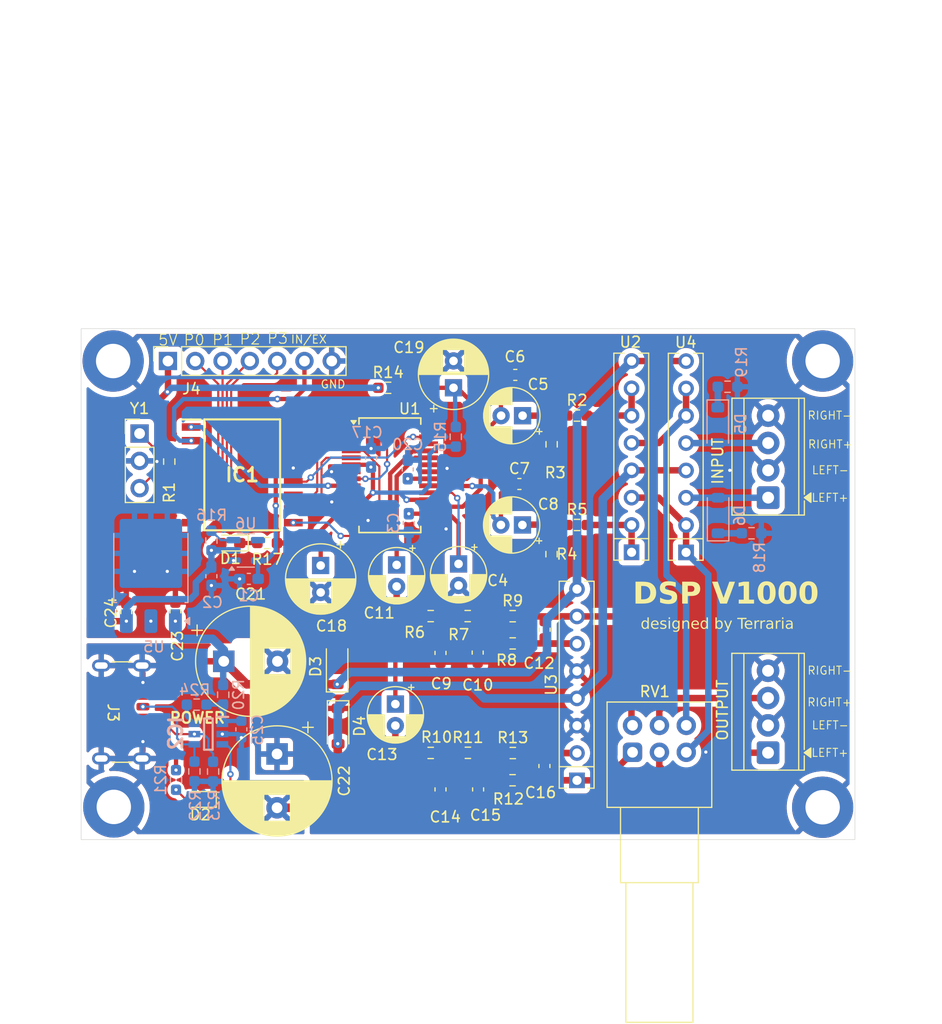
<source format=kicad_pcb>
(kicad_pcb (version 20241229) (generator "pcbnew") (generator_version "9.0")
  (layers (0 "F.Cu" signal) (2 "B.Cu" signal) (13 "F.Paste" user) (15 "B.Paste" user) (5 "F.SilkS" user "F.Silkscreen") (7 "B.SilkS" user "B.Silkscreen") (1 "F.Mask" user) (3 "B.Mask" user) (25 "Edge.Cuts" user))
  (net 0 "")
  (net 1 "GND")
  (net 2 "Net-(U1-LIN-)")
  (net 3 "Net-(U1-RIN+)")
  (net 4 "Net-(U1-LIN+)")
  (net 5 "Net-(C9-Pad1)")
  (net 6 "Net-(C12-Pad2)")
  (net 7 "Net-(U3B--)")
  (net 8 "Net-(C14-Pad1)")
  (net 9 "Net-(U3A--)")
  (net 10 "Net-(C16-Pad2)")
  (net 11 "Net-(U1-DEM0)")
  (net 12 "Net-(U1-VA)")
  (net 13 "+15V")
  (net 14 "Net-(IC1-BITCLK)")
  (net 15 "Net-(IC1-PROG2)")
  (net 16 "Net-(IC1-PROG0{slash}SDATA)")
  (net 17 "Net-(IC1-PROG3)")
  (net 18 "Net-(IC1-DIGIN)")
  (net 20 "Net-(IC1-WORDCLK)")
  (net 21 "Net-(IC1-PROG1{slash}SCLK)")
  (net 22 "Net-(IC1-DIGOUT)")
  (net 23 "Net-(IC1-RESET_)")
  (net 24 "Net-(IC1-XTALLN)")
  (net 25 "Net-(IC1-XTALOUT)")
  (net 26 "Net-(IC1-SYSCLK)")
  (net 27 "Net-(U2B--)")
  (net 28 "Net-(U2A--)")
  (net 29 "Net-(C10-Pad1)")
  (net 30 "Net-(C15-Pad1)")
  (net 31 "+5V")
  (net 32 "Net-(U2A-+)")
  (net 33 "Net-(U2B-+)")
  (net 34 "-15V")
  (net 35 "Net-(U1-ROUT+)")
  (net 36 "Net-(U1-LOUT+)")
  (net 37 "Net-(J1-Pin_1)")
  (net 38 "Net-(J1-Pin_3)")
  (net 42 "Net-(IC1-INT{slash}EXT_)")
  (net 43 "+3.3V")
  (net 44 "Net-(U6-~{Inhibit})")
  (net 46 "Net-(D1-K)")
  (net 47 "Net-(C5-Pad1)")
  (net 48 "Net-(C8-Pad1)")
  (net 49 "Net-(C11-Pad2)")
  (net 50 "Net-(C13-Pad2)")
  (net 51 "Net-(D5-A)")
  (net 52 "Net-(D6-A)")
  (net 53 "Net-(D5-K)")
  (net 54 "Net-(D6-K)")
  (net 55 "Net-(IC2-VDD)")
  (net 56 "Net-(D2-K)")
  (net 57 "Net-(D2-A)")
  (net 58 "Net-(IC2-CC1)")
  (net 59 "Net-(IC2-CFG)")
  (net 60 "Net-(IC2-CC2)")
  (footprint "Resistor_SMD:R_0603_1608Metric_Pad0.98x0.95mm_HandSolder" (layer "F.Cu") (at 92.5275 106.72)
    (property "Reference" "R6")
    (property "Value" "2.2k" (hide yes))
  )
  (footprint "Package_SIP:SIP-8_19x3mm_P2.54mm" (layer "F.Cu") (at 106.14 121.99 90)
    (property "Reference" "U3")
    (property "Value" "NJM4580")
  )
  (footprint "Capacitor_THT:CP_Radial_D5.0mm_P2.00mm" (layer "F.Cu") (at 101.08 88.09 180)
    (property "Reference" "C5")
    (property "Value" "10u")
  )
  (footprint "TerminalBlock_TE-Connectivity:TerminalBlock_TE_282834-4_1x04_P2.54mm_Horizontal" (layer "F.Cu") (at 123.92 119.42 90)
    (property "Reference" "J1" (hide yes))
    (property "Value" "OUT")
  )
  (footprint "Capacitor_SMD:C_0603_1608Metric_Pad1.08x0.95mm_HandSolder" (layer "F.Cu") (at 68.77 106.2775 90)
    (property "Reference" "C23")
    (property "Value" "0.1u")
  )
  (footprint "Connector_PinSocket_2.54mm:PinSocket_1x07_P2.54mm_Vertical" (layer "F.Cu") (at 68.08 83.01 90)
    (property "Reference" "J4")
    (property "Value" "Conn_01x07_Pin" (hide yes))
  )
  (footprint "Resistor_SMD:R_0603_1608Metric_Pad0.98x0.95mm_HandSolder" (layer "F.Cu") (at 68.2 92.36 -90)
    (property "Reference" "R1")
    (property "Value" "1M" (hide yes))
  )
  (footprint "Resistor_SMD:R_0603_1608Metric_Pad0.98x0.95mm_HandSolder" (layer "F.Cu") (at 77.3125 99.93)
    (property "Reference" "R17")
    (property "Value" "100k")
  )
  (footprint "LED_SMD:LED_0603_1608Metric_Pad1.05x0.95mm_HandSolder" (layer "F.Cu") (at 73.885 99.93 180)
    (property "Reference" "D1")
    (property "Value" "LED_Small")
  )
  (footprint "Capacitor_SMD:C_0603_1608Metric_Pad1.08x0.95mm_HandSolder" (layer "F.Cu") (at 100.7825 94.44)
    (property "Reference" "C7")
    (property "Value" "2200p" (hide yes))
  )
  (footprint "Package_SO:SSOP-28_5.3x10.2mm_P0.65mm" (layer "F.Cu") (at 88.73 93.63)
    (property "Reference" "U1")
    (property "Value" "~")
  )
  (footprint "Resistor_SMD:R_0603_1608Metric_Pad0.98x0.95mm_HandSolder" (layer "F.Cu") (at 100.1675 119.45)
    (property "Reference" "R13")
    (property "Value" "360" (hide yes))
  )
  (footprint "Connector_PinHeader_2.54mm:PinHeader_1x03_P2.54mm_Vertical" (layer "F.Cu") (at 65.44 89.75)
    (property "Reference" "Y1")
    (property "Value" "10Mhz")
  )
  (footprint "Resistor_SMD:R_0603_1608Metric_Pad0.98x0.95mm_HandSolder" (layer "F.Cu") (at 103.77 100.9625 -90)
    (property "Reference" "R4")
    (property "Value" "330")
  )
  (footprint "Capacitor_SMD:C_0603_1608Metric_Pad1.08x0.95mm_HandSolder" (layer "F.Cu") (at 93.44 122.8325 -90)
    (property "Reference" "C14")
    (property "Value" "6800p")
  )
  (footprint "MountingHole:MountingHole_3.2mm_M3_ISO7380_Pad" (layer "F.Cu") (at 63.04 124.46)
    (property "Reference" "REF**" (hide yes))
    (property "Value" "MountingHole_3.2mm_M3_ISO7380_Pad" (hide yes))
  )
  (footprint "Capacitor_SMD:C_0603_1608Metric_Pad1.08x0.95mm_HandSolder" (layer "F.Cu") (at 93.44 110.1425 -90)
    (property "Reference" "C9")
    (property "Value" "6800p" (hide yes))
  )
  (footprint "Package_SIP:SIP-8_19x3mm_P2.54mm" (layer "F.Cu") (at 111.22 100.79 90)
    (property "Reference" "U2")
    (property "Value" "NJM4580" (hide yes))
  )
  (footprint "YMZ771:Potentiometer_Alps_RK097_Dual_Horizontal_ver_terraria" (layer "F.Cu") (at 111.31 119.38 90)
    (property "Reference" "RV1")
    (property "Value" "10kB")
  )
  (footprint "" (layer "F.Cu") (at 129 83.01)
    (property "Reference" "")
    (property "Value" "")
  )
  (footprint "Capacitor_THT:CP_Radial_D6.3mm_P2.50mm" (layer "F.Cu") (at 94.65 85.5 90)
    (property "Reference" "C19")
    (property "Value" "47u/16")
  )
  (footprint "Resistor_SMD:R_0603_1608Metric_Pad0.98x0.95mm_HandSolder" (layer "F.Cu") (at 95.99 119.43)
    (property "Reference" "R11")
    (property "Value" "1.2k")
  )
  (footprint "Resistor_SMD:R_0603_1608Metric_Pad0.98x0.95mm_HandSolder" (layer "F.Cu") (at 95.97 106.72)
    (property "Reference" "R7")
    (property "Value" "1.2k" (hide yes))
  )
  (footprint "LED_SMD:LED_0603_1608Metric" (layer "F.Cu") (at 71.09 123.76 180)
    (property "Reference" "D2")
    (property "Value" "LED_Small")
  )
  (footprint "Resistor_SMD:R_0603_1608Metric_Pad0.98x0.95mm_HandSolder" (layer "F.Cu") (at 100.1475 121.98)
    (property "Reference" "R12")
    (property "Value" "16k" (hide yes))
  )
  (footprint "YMZ771:SOIC127P1034X250-16N" (layer "F.Cu") (at 74.99 93.59)
    (property "Reference" "IC1")
    (property "Value" "V1000" (hide yes))
  )
  (footprint "Capacitor_THT:CP_Radial_D5.0mm_P2.00mm" (layer "F.Cu") (at 89.24 114.9 -90)
    (property "Reference" "C13")
    (property "Value" "10u")
  )
  (footprint "" (layer "F.Cu") (at 62.98 83.01)
    (property "Reference" "")
    (property "Value" "")
  )
  (footprint "Resistor_SMD:R_0603_1608Metric_Pad0.98x0.95mm_HandSolder" (layer "F.Cu") (at 106.14 88.08)
    (property "Reference" "R2")
    (property "Value" "1k")
  )
  (footprint "Capacitor_SMD:C_0603_1608Metric_Pad1.08x0.95mm_HandSolder" (layer "F.Cu") (at 103.11 120.6575 -90)
    (property "Reference" "C16")
    (property "Value" "220p" (hide yes))
  )
  (footprint "Diode_SMD:D_SOD-123" (layer "F.Cu") (at 83.91 116.95 -90)
    (property "Reference" "D4")
    (property "Value" "1N4148")
  )
  (footprint "Capacitor_THT:CP_Radial_D10.0mm_P5.00mm" (layer "F.Cu") (at 73.27 110.92)
    (property "Reference" "C21")
    (property "Value" "470u/50v")
  )
  (footprint "Capacitor_THT:CP_Radial_D10.0mm_P5.00mm" (layer "F.Cu") (at 78.23 119.54 -90)
    (property "Reference" "C22")
    (property "Value" "470u/50v")
  )
  (footprint "Capacitor_SMD:C_0603_1608Metric_Pad1.08x0.95mm_HandSolder" (layer "F.Cu") (at 103.13 107.99 90)
    (property "Reference" "C12")
    (property "Value" "220p" (hide yes))
  )
  (footprint "Package_SIP:SIP-8_19x3mm_P2.54mm" (layer "F.Cu") (at 116.29 100.8 90)
    (property "Reference" "U4")
    (property "Value" "NJM4580")
  )
  (footprint "Resistor_SMD:R_0603_1608Metric_Pad0.98x0.95mm_HandSolder" (layer "F.Cu") (at 100.1575 109.26)
    (property "Reference" "R8")
    (property "Value" "360" (hide yes))
  )
  (footprint "Capacitor_THT:CP_Radial_D6.3mm_P2.50mm" (layer "F.Cu") (at 82.29 102.02 -90)
    (property "Reference" "C18")
    (property "Value" "47u/16")
  )
  (footprint "Capacitor_SMD:C_0603_1608Metric_Pad1.08x0.95mm_HandSolder" (layer "F.Cu") (at 96.9 110.1125 -90)
    (property "Reference" "C10")
    (property "Value" "15n" (hide yes))
  )
  (footprint "Resistor_SMD:R_0603_1608Metric_Pad0.98x0.95mm_HandSolder" (layer "F.Cu") (at 88.5675 85.5)
    (property "Reference" "R14")
    (property "Value" "50")
  )
  (footprint "Capacitor_THT:CP_Radial_D5.0mm_P2.00mm" (layer "F.Cu") (at 95.12 101.87 -90)
    (property "Reference" "C4")
    (property "Value" "4.7u")
  )
  (footprint "Resistor_SMD:R_0603_1608Metric_Pad0.98x0.95mm_HandSolder" (layer "F.Cu") (at 103.78 90.7525 -90)
    (property "Reference" "R3")
    (property "Value" "330")
  )
  (footprint "Resistor_SMD:R_0603_1608Metric_Pad0.98x0.95mm_HandSolder" (layer "F.Cu") (at 92.5275 119.44)
    (property "Reference" "R10")
    (property "Value" "2.2k")
  )
  (footprint "Capacitor_THT:CP_Radial_D5.0mm_P2.00mm" (layer "F.Cu") (at 101.06 98.25 180)
    (property "Reference" "C8")
    (property "Value" "10u")
  )
  (footprint "Diode_SMD:D_SOD-123" (layer "F.Cu") (at 83.82 111.41 90)
    (property "Reference" "D3")
    (property "Value" "1N4148")
  )
  (footprint "TerminalBlock_TE-Connectivity:TerminalBlock_TE_282834-4_1x04_P2.54mm_Horizontal" (layer "F.Cu") (at 123.93 95.71 90)
    (property "Reference" "J2" (hide yes))
    (property "Value" "IN")
  )
  (footprint "" (layer "F.Cu") (at 129 124.49)
    (property "Reference" "")
    (property "Value" "")
  )
  (footprint "Resistor_SMD:R_0603_1608Metric_Pad0.98x0.95mm_HandSolder" (layer "F.Cu") (at 100.1575 106.73)
    (property "Reference" "R9")
    (property "Value" "16k" (hide yes))
  )
  (footprint "Capacitor_SMD:C_0603_1608Metric_Pad1.08x0.95mm_HandSolder" (layer "F.Cu") (at 100.4 84.3)
    (property "Reference" "C6")
    (property "Value" "2200p" (hide yes))
  )
  (footprint "Capacitor_THT:CP_Radial_D5.0mm_P2.00mm" (layer "F.Cu") (at 89.36 101.964888 -90)
    (property "Reference" "C11")
    (property "Value" "10u")
  )
  (footprint "Connector_USB:USB_C_Receptacle_GCT_USB4125-xx-x_6P_TopMnt_Horizontal" (layer "F.Cu") (at 62.67 115.64 -90)
    (property "Reference" "J3")
    (property "Value" "USB_C_Receptacle_PowerOnly_6P" (hide yes))
  )
  (footprint "Capacitor_SMD:C_0603_1608Metric_Pad1.08x0.95mm_HandSolder" (layer "F.Cu") (at 64.2 106.3475 90)
    (property "Reference" "C24")
    (property "Value" "0.1u")
  )
  (footprint "Resistor_SMD:R_0603_1608Metric_Pad0.98x0.95mm_HandSolder" (layer "F.Cu") (at 106.1475 98.25)
    (property "Reference" "R5")
    (property "Value" "1k")
  )
  (footprint "Capacitor_SMD:C_0603_1608Metric_Pad1.08x0.95mm_HandSolder" (layer "F.Cu") (at 96.94 122.8325 -90)
    (property "Reference" "C15")
    (property "Value" "15n")
  )
  (footprint "Capacitor_SMD:C_0603_1608Metric_Pad1.08x0.95mm_HandSolder" (layer "B.Cu") (at 90.39 93.0875 90)
    (property "Reference" "C20")
    (property "Value" "0.1u")
  )
  (footprint "Package_TO_SOT_SMD:TO-252-3_TabPin2" (layer "B.Cu") (at 66.49 102.15 90)
    (property "Reference" "U5")
    (property "Value" "L7805")
  )
  (footprint "Resistor_SMD:R_0603_1608Metric_Pad0.98x0.95mm_HandSolder" (layer "B.Cu") (at 70.54 121.16 -90)
    (property "Reference" "R22")
    (property "Value" "5.1k")
  )
  (footprint "Diode_SMD:D_SOD-123" (layer "B.Cu") (at 119.24 88.99 -90)
    (property "Reference" "D5")
    (property "Value" "1N4148")
  )
  (footprint "Capacitor_SMD:C_0603_1608Metric_Pad1.08x0.95mm_HandSolder" (layer "B.Cu") (at 72.12 103.0125 90)
    (property "Reference" "C2")
    (property "Value" "2.2u")
  )
  (footprint "Capacitor_SMD:C_0603_1608Metric" (layer "B.Cu") (at 74.91 117.245 -90)
    (property "Reference" "C25")
    (property "Value" "C_Small")
  )
  (footprint "Capacitor_SMD:C_0603_1608Metric_Pad1.08x0.95mm_HandSolder" (layer "B.Cu") (at 86.98 92.0075 90)
    (property "Reference" "C17")
    (property "Value" "0.1u")
  )
  (footprint "Diode_SMD:D_SOD-123" (layer "B.Cu") (at 119.27 97.37 90)
    (property "Reference" "D6")
    (property "Value" "1N4148")
  )
  (footprint "Capacitor_SMD:C_0603_1608Metric_Pad1.08x0.95mm_HandSolder" (layer "B.Cu") (at 75.6075 103.26)
    (property "Reference" "C1")
    (property "Value" "2.2u")
  )
  (footprint "Resistor_SMD:R_0603_1608Metric_Pad0.98x0.95mm_HandSolder" (layer "B.Cu") (at 120.15 85.4 180)
    (property "Reference" "R19")
    (property "Value" "100k")
  )
  (footprint "Resistor_SMD:R_0603_1608Metric_Pad0.98x0.95mm_HandSolder" (layer "B.Cu") (at 72.28 121.1725 -90)
    (property "Reference" "R23")
    (property "Value" "5.1k")
  )
  (footprint "YMZ771:SOT95P280X120-6N" (layer "B.Cu") (at 71.84 117.69 180)
    (property "Reference" "IC2")
    (property "Value" "CH221K" (hide yes))
  )
  (footprint "Resistor_SMD:R_0603_1608Metric_Pad0.98x0.95mm_HandSolder" (layer "B.Cu") (at 122.38 99.02 180)
    (property "Reference" "R18")
    (property "Value" "100k")
  )
  (footprint "Resistor_SMD:R_0603_1608Metric_Pad0.98x0.95mm_HandSolder" (layer "B.Cu") (at 70.7475 114.95)
    (property "Reference" "R24")
    (property "Value" "200k")
  )
  (footprint "Resistor_SMD:R_0603_1608Metric_Pad0.98x0.95mm_HandSolder" (layer "B.Cu") (at 94.86 90.05 -90)
    (property "Reference" "R15")
    (property "Value" "50")
  )
  (footprint "Resistor_SMD:R_0603_1608Metric_Pad0.98x0.95mm_HandSolder" (layer "B.Cu") (at 73.22 114.03 90)
    (property "Reference" "R20")
    (property "Value" "1k")
  )
  (footprint "Resistor_SMD:R_0603_1608Metric_Pad0.98x0.95mm_HandSolder" (layer "B.Cu") (at 72.12 99.6975 -90)
    (property "Reference" "R16")
    (property "Value" "10k")
  )
  (footprint "Capacitor_SMD:C_0603_1608Metric_Pad1.08x0.95mm_HandSolder" (layer "B.Cu") (at 90.49 98.0675 -90)
    (property "Reference" "C3")
    (property "Value" "0.1u")
  )
  (footprint "Resistor_SMD:R_0603_1608Metric_Pad0.98x0.95mm_HandSolder" (layer "B.Cu") (at 68.83 121.95 -90)
    (property "Reference" "R21")
    (property "Value" "100k")
  )
  (footprint "Package_TO_SOT_SMD:TSOT-23-5" (layer "B.Cu") (at 75.32 100.61)
    (property "Reference" "U6")
    (property "Value" "PTN78000W_EUS-5" (hide yes))
  )
  (gr_rect (start 60 80) (end 132 127.5) (stroke (width 0.05)) (fill no) (layer "Edge.Cuts"))
  (gr_text "designed by Terraria\n" (at 112.06 108.07 0) (layer "F.SilkS") (effects (font (size 1 1)) (justify left bottom)))
  (gr_text "RIGHT-" (at 127.54 88.51 0) (layer "F.SilkS") (effects (font (size 0.75 0.75) (thickness 0.09375)) (justify left bottom)))
  (gr_text "LEFT-" (at 127.94 93.59 0) (layer "F.SilkS") (effects (font (size 0.75 0.75) (thickness 0.09375)) (justify left bottom)))
  (gr_text "RIGHT+" (at 127.58 91.19 0) (layer "F.SilkS") (effects (font (size 0.75 0.75) (thickness 0.09375)) (justify left bottom)))
  (gr_text "P2" (at 74.68 81.55 0) (layer "F.SilkS") (effects (font (size 1 1) (thickness 0.1)) (justify left bottom)))
  (gr_text "5V" (at 67.11 81.64 0) (layer "F.SilkS") (effects (font (size 1 1) (thickness 0.1)) (justify left bottom)))
  (gr_text "GND" (at 82.23 85.61 0) (layer "F.SilkS") (effects (font (size 0.75 0.75) (thickness 0.1)) (justify left bottom)))
  (gr_text "POWER" (at 68.14 116.77 0) (layer "F.SilkS") (effects (font (size 1 1) (thickness 0.2) (bold yes)) (justify left bottom)))
  (gr_text "OUTPUT" (at 120.26 118.39 90) (layer "F.SilkS") (effects (font (size 1 1)) (justify left bottom)))
  (gr_text "IN/EX" (at 79.46 81.44 0) (layer "F.SilkS") (effects (font (size 0.75 0.75) (thickness 0.1)) (justify left bottom)))
  (gr_text "DSP V1000" (at 111.33 105.9 0) (layer "F.SilkS") (effects (font (size 2 2) (thickness 0.4) (bold yes)) (justify left bottom)))
  (gr_text "P1" (at 72.13 81.61 0) (layer "F.SilkS") (effects (font (size 1 1) (thickness 0.1)) (justify left bottom)))
  (gr_text "LEFT+" (at 127.91 96.15 0) (layer "F.SilkS") (effects (font (size 0.75 0.75) (thickness 0.09375)) (justify left bottom)))
  (gr_text "P3" (at 77.24 81.48 0) (layer "F.SilkS") (effects (font (size 1 1) (thickness 0.1)) (justify left bottom)))
  (gr_text "LEFT+" (at 127.9 119.86 0) (layer "F.SilkS") (effects (font (size 0.75 0.75) (thickness 0.09375)) (justify left bottom)))
  (gr_text "INPUT" (at 119.82 94.58 90) (layer "F.SilkS") (effects (font (size 1 1)) (justify left bottom)))
  (gr_text "RIGHT+" (at 127.52 115.17 0) (layer "F.SilkS") (effects (font (size 0.75 0.75) (thickness 0.09375)) (justify left bottom)))
  (gr_text "P0" (at 69.48 81.63 0) (layer "F.SilkS") (effects (font (size 1 1) (thickness 0.1)) (justify left bottom)))
  (gr_text "RIGHT-" (at 127.53 112.22 0) (layer "F.SilkS") (effects (font (size 0.75 0.75) (thickness 0.09375)) (justify left bottom)))
  (gr_text "LEFT-" (at 127.93 117.3 0) (layer "F.SilkS") (effects (font (size 0.75 0.75) (thickness 0.09375)) (justify left bottom)))
  (segment (start 83.32 95.79) (end 83.32 96.11) (width 0.4) (layer "F.Cu") (net 1))
  (segment (start 85.13 89.405) (end 86.405 89.405) (width 0.4) (layer "F.Cu") (net 1))
  (segment (start 93.735 93.305) (end 94.05 92.99) (width 0.2) (layer "F.Cu") (net 1))
  (segment (start 92.33 93.305) (end 93.735 93.305) (width 0.2) (layer "F.Cu") (net 1))
  (segment (start 85.13 95.255) (end 83.855 95.255) (width 0.4) (layer "F.Cu") (net 1))
  (segment (start 86.675 97.855) (end 86.7 97.83) (width 0.4) (layer "F.Cu") (net 1))
  (segment (start 93.195 97.855) (end 93.96 98.62) (width 0.4) (layer "F.Cu") (net 1))
  (segment (start 92.33 97.855) (end 93.195 97.855) (width 0.4) (layer "F.Cu") (net 1))
  (segment (start 86.98 89.98) (end 86.98 91.145) (width 0.4) (layer "F.Cu") (net 1))
  (segment (start 85.13 93.305) (end 83.305 93.305) (width 0.4) (layer "F.Cu") (net 1))
  (segment (start 83.855 95.255) (end 83.32 95.79) (width 0.4) (layer "F.Cu") (net 1))
  (segment (start 83.305 93.305) (end 83.3 93.3) (width 0.4) (layer "F.Cu") (net 1))
  (segment (start 85.13 97.855) (end 86.675 97.855) (width 0.4) (layer "F.Cu") (net 1))
  (segment (start 86.405 89.405) (end 86.98 89.98) (width 0.4) (layer "F.Cu") (net 1))
  (via (at 66.49 107.19) (size 0.6) (drill 0.3) (layers "F.Cu" "B.Cu") (net 1))
  (via (at 86.7 97.83) (size 0.6) (drill 0.3) (layers "F.Cu" "B.Cu") (net 1))
  (via (at 72.12 103.875) (size 0.6) (drill 0.3) (layers "F.Cu" "B.Cu") (net 1))
  (via (at 74.1825 101.56) (size 0.6) (drill 0.3) (layers "F.Cu" "B.Cu") (net 1))
  (via (at 74.745 103.26) (size 0.6) (drill 0.3) (layers "F.Cu" "B.Cu") (net 1))
  (via (at 83.3 93.3) (size 0.6) (drill 0.3) (layers "F.Cu" "B.Cu") (net 1))
  (via (at 64.965 102.565) (size 0.6) (drill 0.3) (layers "F.Cu" "B.Cu") (net 1))
  (via (at 83.32 96.11) (size 0.6) (drill 0.3) (layers "F.Cu" "B.Cu") (net 1))
  (via (at 120.36 93.17) (size 0.6) (drill 0.3) (layers "F.Cu" "B.Cu") (net 1))
  (via (at 94.05 92.99) (size 0.6) (drill 0.3) (layers "F.Cu" "B.Cu") (net 1))
  (via (at 118.13 119.36) (size 0.6) (drill 0.3) (layers "F.Cu" "B.Cu") (net 1))
  (via (at 67.05 92.35) (size 0.6) (drill 0.3) (layers "F.Cu" "B.Cu") (net 1))
  (via (at 86.98 91.145) (size 0.6) (drill 0.3) (layers "F.Cu" "B.Cu") (net 1))
  (via (at 68.015 102.565) (size 0.6) (drill 0.3) (layers "F.Cu" "B.Cu") (net 1))
  (via (at 79.74 92.955) (size 0.6) (drill 0.3) (layers "F.Cu" "B.Cu") (net 1))
  (via (at 93.96 98.62) (size 0.6) (drill 0.3) (layers "F.Cu" "B.Cu") (net 1))
  (segment (start 94.8 95.55) (end 95 95.75) (width 0.2) (layer "F.Cu") (net 2))
  (segment (start 95.12 98.09) (end 95.12 101.87) (width 0.4) (layer "F.Cu") (net 2))
  (segment (start 92.33 97.205) (end 90.49 97.205) (width 0.4) (layer "F.Cu") (net 2))
  (segment (start 92.33 97.205) (end 94.235 97.205) (width 0.4) (layer "F.Cu") (net 2))
  (segment (start 92.33 95.255) (end 94.505 95.255) (width 0.2) (layer "F.Cu") (net 2))
  (segment (start 94.235 97.205) (end 95.12 98.09) (width 0.4) (layer "F.Cu") (net 2))
  (segment (start 94.505 95.255) (end 94.8 95.55) (width 0.2) (layer "F.Cu") (net 2))
  (via (at 95 95.75) (size 0.6) (drill 0.3) (layers "F.Cu" "B.Cu") (net 2))
  (via (at 90.49 97.205) (size 0.6) (drill 0.3) (layers "F.Cu" "B.Cu") (net 2))
  (segment (start 95.12 95.87) (end 95.12 101.87) (width 0.2) (layer "B.Cu") (net 2))
  (segment (start 95 95.75) (end 95.12 95.87) (width 0.2) (layer "B.Cu") (net 2))
  (segment (start 99.06 88.09) (end 99.06 84.7775) (width 0.4) (layer "F.Cu") (net 3))
  (segment (start 99.06 88.09) (end 97.18 89.97) (width 0.4) (layer "F.Cu") (net 3))
  (segment (start 95.505 96.555) (end 92.33 96.555) (width 0.4) (layer "F.Cu") (net 3))
  (segment (start 99.06 84.7775) (end 99.5375 84.3) (width 0.4) (layer "F.Cu") (net 3))
  (segment (start 97.18 94.88) (end 95.505 96.555) (width 0.4) (layer "F.Cu") (net 3))
  (segment (start 97.18 89.97) (end 97.18 94.88) (width 0.4) (layer "F.Cu") (net 3))
  (segment (start 99.06 95.3) (end 99.92 94.44) (width 0.4) (layer "F.Cu") (net 4))
  (segment (start 96.394 94.629) (end 92.354 94.629) (width 0.4) (layer "F.Cu") (net 4))
  (segment (start 92.354 94.629) (end 92.33 94.605) (width 0.4) (layer "F.Cu") (net 4))
  (segment (start 99.06 98.22) (end 99.06 95.3) (width 0.4) (layer "F.Cu") (net 4))
  (via (at 96.394 94.629) (size 0.6) (drill 0.3) (layers "F.Cu" "B.Cu") (net 4))
  (segment (start 96.42 94.655) (end 97.695 94.655) (width 0.4) (layer "B.Cu") (net 4))
  (segment (start 96.394 94.629) (end 96.42 94.655) (width 0.4) (layer "B.Cu") (net 4))
  (segment (start 97.695 94.655) (end 98.35 95.31) (width 0.4) (layer "B.Cu") (net 4))
  (segment (start 98.35 95.31) (end 98.35 97.51) (width 0.4) (layer "B.Cu") (net 4))
  (segment (start 98.35 97.51) (end 99.06 98.22) (width 0.4) (layer "B.Cu") (net 4))
  (segment (start 93.44 106.72) (end 95.0575 106.72) (width 0.6) (layer "F.Cu") (net 5))
  (segment (start 93.44 109.28) (end 93.44 106.72) (width 0.6) (layer "F.Cu") (net 5))
  (segment (start 111.21 109.29) (end 111.21 116.83) (width 0.6) (layer "F.Cu") (net 6))
  (segment (start 103.5075 106.75) (end 103.13 107.1275) (width 0.6) (layer "F.Cu") (net 6))
  (segment (start 111.21 116.83) (end 111.3 116.92) (width 0.6) (layer "F.Cu") (net 6))
  (segment (start 106.14 106.75) (end 101.09 106.75) (width 0.6) (layer "F.Cu") (net 6))
  (segment (start 106.14 106.75) (end 103.5075 106.75) (width 0.6) (layer "F.Cu") (net 6))
  (segment (start 109.86 106.75) (end 111.21 108.1) (width 0.6) (layer "F.Cu") (net 6))
  (segment (start 106.14 106.75) (end 109.86 106.75) (width 0.6) (layer "F.Cu") (net 6))
  (segment (start 101.09 106.75) (end 101.07 106.73) (width 0.6) (layer "F.Cu") (net 6))
  (segment (start 111.21 108.1) (end 111.21 109.29) (width 0.6) (layer "F.Cu") (net 6))
  (segment (start 106.11 109.26) (end 106.14 109.29) (width 0.6) (layer "F.Cu") (net 7))
  (segment (start 106.14 109.29) (end 103.5675 109.29) (width 0.6) (layer "F.Cu") (net 7))
  (segment (start 103.5675 109.29) (end 103.13 108.8525) (width 0.6) (layer "F.Cu") (net 7))
  (segment (start 101.07 109.26) (end 106.11 109.26) (width 0.6) (layer "F.Cu") (net 7))
  (segment (start 93.44 121.97) (end 93.44 119.44) (width 0.6) (layer "F.Cu") (net 8))
  (segment (start 95.0675 119.44) (end 95.0775 119.43) (width 0.6) (layer "F.Cu") (net 8))
  (segment (start 93.44 119.44) (end 95.0675 119.44) (width 0.6) (layer "F.Cu") (net 8))
  (segment (start 106.14 119.45) (end 103.455 119.45) (width 0.6) (layer "F.Cu") (net 9))
  (segment (start 101.08 119.45) (end 106.14 119.45) (width 0.6) (layer "F.Cu") (net 9))
  (segment (start 103.455 119.45) (end 103.11 119.795) (width 0.6) (layer "F.Cu") (net 9))
  (segment (start 106.14 121.99) (end 108.73 121.99) (width 0.6) (layer "F.Cu") (net 10))
  (segment (start 106.13 121.98) (end 106.14 121.99) (width 0.6) (layer "F.Cu") (net 10))
  (segment (start 106.14 121.99) (end 103.58 121.99) (width 0.6) (layer "F.Cu") (net 10))
  (segment (start 103.58 121.99) (end 103.11 121.52) (width 0.6) (layer "F.Cu") (net 10))
  (segment (start 108.73 121.99) (end 111.3 119.42) (width 0.6) (layer "F.Cu") (net 10))
  (segment (start 101.06 121.98) (end 106.13 121.98) (width 0.6) (layer "F.Cu") (net 10))
  (segment (start 90.28 95.91) (end 92.325 95.91) (width 0.4) (layer "F.Cu") (net 11))
  (segment (start 86.495 95.905) (end 87.15 95.25) (width 0.4) (layer "F.Cu") (net 11))
  (segment (start 82.29 102.02) (end 82.29 98.793) (width 0.4) (layer "F.Cu") (net 11))
  (segment (start 86.75 92.66) (end 86.745 92.655) (width 0.4) (layer "F.Cu") (net 11))
  (segment (start 86.96 92.87) (end 87.15 93.06) (width 0.4) (layer "F.Cu") (net 11))
  (segment (start 86.745 92.655) (end 85.13 92.655) (width 0.4) (layer "F.Cu") (net 11))
  (segment (start 87.15 95.25) (end 87.15 95.24) (width 0.4) (layer "F.Cu") (net 11))
  (segment (start 92.325 95.91) (end 92.33 95.905) (width 0.4) (layer "F.Cu") (net 11))
  (segment (start 82.29 98.793) (end 83.878 97.205) (width 0.4) (layer "F.Cu") (net 11))
  (segment (start 86.96 92.87) (end 86.745 92.655) (width 0.4) (layer "F.Cu") (net 11))
  (segment (start 87.15 93.06) (end 87.15 95.24) (width 0.4) (layer "F.Cu") (net 11))
  (segment (start 85.13 95.905) (end 85.13 97.205) (width 0.4) (layer "F.Cu") (net 11))
  (segment (start 85.13 95.905) (end 86.495 95.905) (width 0.4) (layer "F.Cu") (net 11))
  (segment (start 83.878 97.205) (end 85.13 97.205) (width 0.4) (layer "F.Cu") (net 11))
  (via (at 90.28 95.91) (size 0.6) (drill 0.3) (layers "F.Cu" "B.Cu") (net 11))
  (via (at 86.96 92.87) (size 0.6) (drill 0.3) (layers "F.Cu" "B.Cu") (net 11))
  (via (at 87.15 95.24) (size 0.6) (drill 0.3) (layers "F.Cu" "B.Cu") (net 11))
  (segment (start 89.61 95.24) (end 90.28 95.91) (width 0.4) (layer "B.Cu") (net 11))
  (segment (start 91.77 95.24) (end 92.42 94.59) (width 0.4) (layer "B.Cu") (net 11))
  (segment (start 92.42 91.67) (end 93.1275 90.9625) (width 0.4) (layer "B.Cu") (net 11))
  (segment (start 93.1275 90.9625) (end 94.86 90.9625) (width 0.4) (layer "B.Cu") (net 11))
  (segment (start 92.42 94.59) (end 92.42 91.67) (width 0.4) (layer "B.Cu") (net 11))
  (segment (start 89.61 95.24) (end 91.77 95.24) (width 0.4) (layer "B.Cu") (net 11))
  (segment (start 87.15 95.24) (end 89.61 95.24) (width 0.4) (layer "B.Cu") (net 11))
  (segment (start 89.48 85.5) (end 94.65 85.5) (width 0.4) (layer "F.Cu") (net 12))
  (segment (start 96.56 93.28) (end 95.885 93.955) (width 0.4) (layer "F.Cu") (net 12))
  (segment (start 94.65 85.5) (end 95 85.5) (width 0.4) (layer "F.Cu") (net 12))
  (segment (start 90.39 93.95) (end 92.325 93.95) (width 0.4) (layer "F.Cu") (net 12))
  (segment (start 95.885 93.955) (end 92.33 93.955) (width 0.4) (layer "F.Cu") (net 12))
  (segment (start 95 85.5) (end 96.56 87.06) (width 0.4) (layer "F.Cu") (net 12))
  (segment (start 92.325 93.95) (end 92.33 93.955) (width 0.4) (layer "F.Cu") (net 12))
  (segment (start 96.56 87.06) (end 96.56 93.28) (width 0.4) (layer "F.Cu") (net 12))
  (via (at 90.39 93.95) (size 0.6) (drill 0.3) (layers "F.Cu" "B.Cu") (net 12))
  (segment (start 94.8 85.65) (end 94.65 85.5) (width 0.4) (layer "B.Cu") (net 12))
  (segment (start 94.8 89.0775) (end 94.8 85.65) (width 0.4) (layer "B.Cu") (net 12))
  (segment (start 94.86 89.1375) (end 94.8 89.0775) (width 0.4) (layer "B.Cu") (net 12))
  (segment (start 66.76 117.16) (end 68.83 119.23) (width 0.4) (layer "F.Cu") (net 13))
  (segment (start 73.27 110.92) (end 71.24 110.92) (width 0.6) (layer "F.Cu") (net 13))
  (segment (start 83.84 113.06) (end 83.83 113.06) (width 0.8) (layer "F.Cu") (net 13))
  (segment (start 65.75 117.16) (end 64.49 117.16) (width 0.6) (layer "F.Cu") (net 13))
  (segment (start 111.22 83.01) (end 116.49 83.01) (width 0.6) (layer "F.Cu") (net 13))
  (segment (start 83.83 113.06) (end 75.41 113.06) (width 0.8) (layer "F.Cu") (net 13))
  (segment (start 64.39 114.12) (end 65.75 114.12) (width 0.6) (layer "F.Cu") (net 13))
  (segment (start 116.5 83.02) (end 116.29 83.02) (width 0.6) (layer "F.Cu") (net 13))
  (segment (start 71.24 110.92) (end 68.04 114.12) (width 0.6) (layer "F.Cu") (net 13))
  (segment (start 64.06 116.73) (end 64.06 114.45) (width 0.6) (layer "F.Cu") (net 13))
  (segment (start 68.83 119.23) (end 68.83 121.0375) (width 0.4) (layer "F.Cu") (net 13))
  (segment (start 64.49 117.16) (end 64.06 116.73) (width 0.6) (layer "F.Cu") (net 13))
  (segment (start 75.41 113.06) (end 73.27 110.92) (width 0.8) (layer "F.Cu") (net 13))
  (segment (start 116.49 83.01) (end 116.5 83.02) (width 0.6) (layer "F.Cu") (net 13))
  (segment (start 64.06 114.45) (end 64.39 114.12) (width 0.6) (layer "F.Cu") (net 13))
  (segment (start 65.75 117.16) (end 66.76 117.16) (width 0.4) (layer "F.Cu") (net 13))
  (segment (start 68.04 114.12) (end 65.75 114.12) (width 0.6) (layer "F.Cu") (net 13))
  (via (at 68.83 121.0375) (size 0.6) (drill 0.3) (layers "F.Cu" "B.Cu") (net 13))
  (via (at 83.83 113.06) (size 0.6) (drill 0.3) (layers "F.Cu" "B.Cu") (net 13))
  (via (at 68.77 107.19) (size 0.6) (drill 0.3) (layers "F.Cu" "B.Cu") (net 13))
  (segment (start 103.35 107.02) (end 106.14 104.23) (width 0.8) (layer "B.Cu") (net 13))
  (segment (start 106.14 104.23) (end 106.14 104.21) (width 0.8) (layer "B.Cu") (net 13))
  (segment (start 73.22 110.97) (end 73.27 110.92) (width 0.6) (layer "B.Cu") (net 13))
  (segment (start 106.14 104.21) (end 106.14 88.09) (width 0.8) (layer "B.Cu") (net 13))
  (segment (start 69.42 108.84) (end 72.23 108.84) (width 0.8) (layer "B.Cu") (net 13))
  (segment (start 68.77 108.19) (end 69.42 108.84) (width 0.8) (layer "B.Cu") (net 13))
  (segment (start 72.23 108.84) (end 73.27 109.88) (width 0.8) (layer "B.Cu") (net 13))
  (segment (start 101.58 111.93) (end 103.35 110.16) (width 0.8) (layer "B.Cu") (net 13))
  (segment (start 68.77 107.19) (end 68.77 108.19) (width 0.8) (layer "B.Cu") (net 13))
  (segment (start 103.35 110.16) (end 103.35 107.02) (width 0.8) (layer "B.Cu") (net 13))
  (segment (start 73.22 113.1175) (end 73.22 110.97) (width 0.6) (layer "B.Cu") (net 13))
  (segment (start 106.14 88.09) (end 111.22 83.01) (width 0.8) (layer "B.Cu") (net 13))
  (segment (start 73.27 109.88) (end 73.27 110.92) (width 0.8) (layer "B.Cu") (net 13))
  (segment (start 84.96 111.93) (end 101.58 111.93) (width 0.8) (layer "B.Cu") (net 13))
  (segment (start 83.83 113.06) (end 84.96 111.93) (width 0.8) (layer "B.Cu") (net 13))
  (segment (start 85.13 92.005) (end 82.815 92.005) (width 0.2) (layer "F.Cu") (net 14))
  (segment (start 81.915 96.765) (end 79.74 96.765) (width 0.2) (layer "F.Cu") (net 14))
  (segment (start 82.37 95.4) (end 82.37 96.31) (width 0.2) (layer "F.Cu") (net 14))
  (segment (start 82.369 92.451) (end 82.369 95.399) (width 0.2) (layer "F.Cu") (net 14))
  (segment (start 82.815 92.005) (end 82.369 92.451) (width 0.2) (layer "F.Cu") (net 14))
  (segment (start 82.37 96.31) (end 81.915 96.765) (width 0.2) (layer "F.Cu") (net 14))
  (segment (start 82.369 95.399) (end 82.37 95.4) (width 0.2) (layer "F.Cu") (net 14))
  (segment (start 71.369 96.161) (end 71.384 96.146) (width 0.2) (layer "F.Cu") (net 15))
  (segment (start 71.416 96.114) (end 71.6039 95.9261) (width 0.2) (layer "F.Cu") (net 15))
  (segment (start 73.3261 94.2039) (end 73.561 93.969) (width 0.2) (layer "F.Cu") (net 15))
  (segment (start 71.384 96.146) (end 71.416 96.114) (width 0.2) (layer "F.Cu") (net 15))
  (segment (start 71.6039 95.9261) (end 71.634 95.896) (width 0.2) (layer "F.Cu") (net 15))
  (segment (start 71.634 95.896) (end 71.8689 95.6611) (width 0.2) (layer "F.Cu") (net 15))
  (segment (start 73.561 85.149) (end 75.7 83.01) (width 0.2) (layer "F.Cu") (net 15))
  (segment (start 73.21 94.32) (end 73.3261 94.2039) (width 0.2) (layer "F.Cu") (net 15))
  (segment (start 71.8689 95.6611) (end 73.21 94.32) (width 0.2) (layer "F.Cu") (net 15))
  (segment (start 70.765 96.765) (end 71.369 96.161) (width 0.2) (layer "F.Cu") (net 15))
  (segment (start 73.561 93.969) (end 73.561 93.6368) (width 0.2) (layer "F.Cu") (net 15))
  (segment (start 70.24 96.765) (end 70.765 96.765) (width 0.2) (layer "F.Cu") (net 15))
  (segment (start 73.561 93.6368) (end 73.561 85.149) (width 0.2) (layer "F.Cu") (net 15))
  (segment (start 72.759 93.6368) (end 72.759 85.149) (width 0.2) (layer "F.Cu") (net 16))
  (segment (start 72.1708 94.225) (end 72.759 93.6368) (width 0.2) (layer "F.Cu") (net 16))
  (segment (start 72.759 85.149) (end 70.62 83.01) (width 0.2) (layer "F.Cu") (net 16))
  (segment (start 70.24 94.225) (end 72.1708 94.225) (width 0.2) (layer "F.Cu") (net 16))
  (segment (start 71.77 96.3271) (end 73.962 94.1351) (width 0.2) (layer "F.Cu") (net 17))
  (segment (start 73.962 85.3151) (end 74.8171 84.46) (width 0.2) (layer "F.Cu") (net 17))
  (segment (start 70.24 98.035) (end 71.255 98.035) (width 0.2) (layer "F.Cu") (net 17))
  (segment (start 78.24 84.12) (end 78.24 83.01) (width 0.2) (layer "F.Cu") (net 17))
  (segment (start 73.962 94.1351) (end 73.962 85.3151) (width 0.2) (layer "F.Cu") (net 17))
  (segment (start 77.9 84.46) (end 78.24 84.12) (width 0.2) (layer "F.Cu") (net 17))
  (segment (start 74.8171 84.46) (end 77.9 84.46) (width 0.2) (layer "F.Cu") (net 17))
  (segment (start 71.255 98.035) (end 71.77 97.52) (width 0.2) (layer "F.Cu") (net 17))
  (segment (start 71.77 97.52) (end 71.77 96.3271) (width 0.2) (layer "F.Cu") (net 17))
  (segment (start 88.47 92.59) (end 88.47 89.16) (width 0.2) (layer "F.Cu") (net 18))
  (segment (start 85.135 93.96) (end 85.13 93.955) (width 0.2) (layer "F.Cu") (net 18))
  (segment (start 87.31 88) (end 82.45 88) (width 0.2) (layer "F.Cu") (net 18))
  (segment (start 86.45 93.96) (end 85.135 93.96) (width 0.2) (layer "F.Cu") (net 18))
  (segment (start 81.305 89.145) (end 79.74 89.145) (width 0.2) (layer "F.Cu") (net 18))
  (segment (start 88.47 89.16) (end 87.31 88) (width 0.2) (layer "F.Cu") (net 18))
  (segment (start 82.45 88) (end 81.305 89.145) (width 0.2) (layer "F.Cu") (net 18))
  (via (at 86.45 93.96) (size 0.6) (drill 0.3) (layers "F.Cu" "B.Cu") (net 18))
  (via (at 88.47 92.59) (size 0.6) (drill 0.3) (layers "F.Cu" "B.Cu") (net 18))
  (segment (start 88.47 92.59) (end 88.47 93.19) (width 0.2) (layer "B.Cu") (net 18))
  (segment (start 87.7 93.96) (end 86.45 93.96) (width 0.2) (layer "B.Cu") (net 18))
  (segment (start 88.47 93.19) (end 87.7 93.96) (width 0.2) (layer "B.Cu") (net 18))
  (segment (start 87.751 92.811057) (end 87.751 98.309) (width 0.2) (layer "F.Cu") (net 20))
  (segment (start 85.13 91.355) (end 86.294943 91.355) (width 0.2) (layer "F.Cu") (net 20))
  (segment (start 87.751 98.309) (end 86.79 99.27) (width 0.2) (layer "F.Cu") (net 20))
  (segment (start 86.79 99.27) (end 84.15 99.27) (width 0.2) (layer "F.Cu") (net 20))
  (segment (start 86.294943 91.355) (end 87.751 92.811057) (width 0.2) (layer "F.Cu") (net 20))
  (via (at 79.74 98.035) (size 0.6) (drill 0.3) (layers "F.Cu" "B.Cu") (net 20))
  (via (at 84.15 99.27) (size 0.6) (drill 0.3) (layers "F.Cu" "B.Cu") (net 20))
  (segment (start 84.15 99.27) (end 82.915 98.035) (width 0.2) (layer "B.Cu") (net 20))
  (segment (start 82.915 98.035) (end 79.74 98.035) (width 0.2) (layer "B.Cu") (net 20))
  (segment (start 70.24 95.495) (end 71.4679 95.495) (width 0.2) (layer "F.Cu") (net 21))
  (segment (start 73.16 93.8029) (end 73.16 83.01) (width 0.2) (layer "F.Cu") (net 21))
  (segment (start 71.4679 95.495) (end 73.16 93.8029) (width 0.2) (layer "F.Cu") (net 21))
  (segment (start 82.97 94.605) (end 85.13 94.605) (width 0.4) (layer "F.Cu") (net 22))
  (via (at 82.97 94.605) (size 0.6) (drill 0.3) (layers "F.Cu" "B.Cu") (net 22))
  (via (at 70.24 89.145) (size 0.6) (drill 0.3) (layers "F.Cu" "B.Cu") (net 22))
  (segment (start 76.67 94.61) (end 71.205 89.145) (width 0.4) (layer "B.Cu") (net 22))
  (segment (start 71.205 89.145) (end 70.24 89.145) (width 0.4) (layer "B.Cu") (net 22))
  (segment (start 81.745 94.605) (end 81.74 94.61) (width 0.4) (layer "B.Cu") (net 22))
  (segment (start 81.74 94.61) (end 76.67 94.61) (width 0.4) (layer "B.Cu") (net 22))
  (segment (start 82.97 94.605) (end 81.745 94.605) (width 0.4) (layer "B.Cu") (net 22))
  (segment (start 92.325 90.06) (end 92.33 90.055) (width 0.2) (layer "F.Cu") (net 23))
  (segment (start 80.983 94.225) (end 81.368 93.84) (width 0.2) (layer "F.Cu") (net 23))
  (segment (start 79.74 94.225) (end 80.983 94.225) (width 0.2) (layer "F.Cu") (net 23))
  (segment (start 90.89 90.06) (end 92.325 90.06) (width 0.2) (layer "F.Cu") (net 23))
  (via (at 90.89 90.06) (size 0.6) (drill 0.3) (layers "F.Cu" "B.Cu") (net 23))
  (via (at 81.368 93.84) (size 0.6) (drill 0.3) (layers "F.Cu" "B.Cu") (net 23))
  (segment (start 90.45 90.06) (end 90.89 90.06) (width 0.2) (layer "B.Cu") (net 23))
  (segment (start 83.2245 91.9835) (end 88.5265 91.9835) (width 0.2) (layer "B.Cu") (net 23))
  (segment (start 89.81 90.7) (end 90.45 90.06) (width 0.2) (layer "B.Cu") (net 23))
  (segment (start 88.5265 91.9835) (end 89.81 90.7) (width 0.2) (layer "B.Cu") (net 23))
  (segment (start 81.368 93.84) (end 83.2245 91.9835) (width 0.2) (layer "B.Cu") (net 23))
  (segment (start 68.2425 91.49) (end 68.2 91.4475) (width 0.2) (layer "F.Cu") (net 24))
  (segment (start 70.045 91.49) (end 68.2425 91.49) (width 0.2) (layer "F.Cu") (net 24))
  (segment (start 67.1375 91.4475) (end 65.44 89.75) (width 0.2) (layer "F.Cu") (net 24))
  (segment (start 68.2 91.4475) (end 67.1375 91.4475) (width 0.2) (layer "F.Cu") (net 24))
  (segment (start 70.24 91.685) (end 70.045 91.49) (width 0.2) (layer "F.Cu") (net 24))
  (segment (start 70.095 93.1) (end 68.3725 93.1) (width 0.2) (layer "F.Cu") (net 25))
  (segment (start 70.24 92.955) (end 70.095 93.1) (width 0.2) (layer "F.Cu") (net 25))
  (segment (start 68.2 93.2725) (end 68.2 93.28) (width 0.2) (layer "F.Cu") (net 25))
  (segment (start 68.3725 93.1) (end 68.2 93.2725) (width 0.2) (layer "F.Cu") (net 25))
  (segment (start 66.9975 93.2725) (end 68.2 93.2725) (width 0.2) (layer "F.Cu") (net 25))
  (segment (start 65.44 94.83) (end 66.9975 93.2725) (width 0.2) (layer "F.Cu") (net 25))
  (segment (start 81.968 95.12) (end 81.968 91.262) (width 0.2) (layer "F.Cu") (net 26))
  (segment (start 79.74 95.495) (end 81.593 95.495) (width 0.2) (layer "F.Cu") (net 26))
  (segment (start 81.968 91.262) (end 82.525 90.705) (width 0.2) (layer "F.Cu") (net 26))
  (segment (start 82.525 90.705) (end 85.13 90.705) (width 0.2) (layer "F.Cu") (net 26))
  (segment (start 81.593 95.495) (end 81.968 95.12) (width 0.2) (layer "F.Cu") (net 26))
  (segment (start 111.22 88.09) (end 111.22 85.55) (width 0.6) (layer "F.Cu") (net 27))
  (segment (start 111.21 88.08) (end 111.22 88.09) (width 0.6) (layer "F.Cu") (net 27))
  (segment (start 107.0525 88.08) (end 111.21 88.08) (width 0.6) (layer "F.Cu") (net 27))
  (segment (start 107.06 98.25) (end 111.22 98.25) (width 0.6) (layer "F.Cu") (net 28))
  (segment (start 111.22 100.79) (end 111.22 98.25) (width 0.6) (layer "F.Cu") (net 28))
  (segment (start 99.245 106.73) (end 96.8925 106.73) (width 0.6) (layer "F.Cu") (net 29))
  (segment (start 96.8925 106.73) (end 96.8825 106.72) (width 0.6) (layer "F.Cu") (net 29))
  (segment (start 99.245 106.73) (end 99.245 109.26) (width 0.6) (layer "F.Cu") (net 29))
  (segment (start 96.9 109.25) (end 96.9 106.7375) (width 0.6) (layer "F.Cu") (net 29))
  (segment (start 96.9 106.7375) (end 96.8825 106.72) (width 0.6) (layer "F.Cu") (net 29))
  (segment (start 99.235 109.25) (end 99.245 109.26) (width 0.6) (layer "F.Cu") (net 29))
  (segment (start 99.235 119.47) (end 99.255 119.45) (width 0.6) (layer "F.Cu") (net 30))
  (segment (start 96.94 119.4675) (end 96.9025 119.43) (width 0.6) (layer "F.Cu") (net 30))
  (segment (start 99.235 119.43) (end 99.255 119.45) (width 0.6) (layer "F.Cu") (net 30))
  (segment (start 96.9025 119.43) (end 99.235 119.43) (width 0.6) (layer "F.Cu") (net 30))
  (segment (start 99.235 121.98) (end 99.235 119.47) (width 0.6) (layer "F.Cu") (net 30))
  (segment (start 96.94 121.97) (end 96.94 119.4675) (width 0.6) (layer "F.Cu") (net 30))
  (segment (start 72.12 100.27) (end 72.46 99.93) (width 0.4) (layer "F.Cu") (net 31))
  (segment (start 72.12 100.61) (end 72.12 100.27) (width 0.4) (layer "F.Cu") (net 31))
  (segment (start 72.46 99.93) (end 73.01 99.93) (width 0.4) (layer "F.Cu") (net 31))
  (segment (start 61.28 88.17) (end 62.47 86.98) (width 0.6) (layer "F.Cu") (net 31))
  (segment (start 62.23 107.19) (end 61.28 106.24) (width 0.6) (layer "F.Cu") (net 31))
  (segment (start 68.03 85.88) (end 68.08 85.83) (width 0.6) (layer "F.Cu") (net 31))
  (segment (start 62.47 86.98) (end 66.93 86.98) (width 0.6) (layer "F.Cu") (net 31))
  (segment (start 61.28 106.24) (end 61.28 88.17) (width 0.6) (layer "F.Cu") (net 31))
  (segment (start 64.21 107.19) (end 62.23 107.19) (width 0.6) (layer "F.Cu") (net 31))
  (segment (start 68.08 85.83) (end 68.08 83.01) (width 0.6) (layer "F.Cu") (net 31))
  (segment (start 66.93 86.98) (end 68.03 85.88) (width 0.6) (layer "F.Cu") (net 31))
  (via (at 87.655 85.5) (size 0.6) (drill 0.3) (layers "F.Cu" "B.Cu") (net 31))
  (via (at 68.03 85.88) (size 0.6) (drill 0.3) (layers "F.Cu" "B.Cu") (net 31))
  (via (at 72.12 100.61) (size 0.6) (drill 0.3) (layers "F.Cu" "B.Cu") (net 31))
  (via (at 64.21 107.19) (size 0.6) (drill 0.3) (layers "F.Cu" "B.Cu") (net 31))
  (segment (start 70.67 104.64) (end 70.16 105.15) (width 0.6) (layer "B.Cu") (net 31))
  (segment (start 68.41 85.5) (end 87.655 85.5) (width 0.6) (layer "B.Cu") (net 31))
  (segment (start 72.12 102.15) (end 70.67 103.6) (width 0.6) (layer "B.Cu") (net 31))
  (segment (start 70.16 105.15) (end 65.01 105.15) (width 0.6) (layer "B.Cu") (net 31))
  (segment (start 64.21 105.95) (end 64.21 107.19) (width 0.6) (layer "B.Cu") (net 31))
  (segment (start 72.12 102.15) (end 72.12 100.61) (width 0.6) (layer "B.Cu") (net 31))
  (segment (start 72.12 100.61) (end 74.1825 100.61) (width 0.6) (layer "B.Cu") (net 31))
  (segment (start 68.03 85.88) (end 68.41 85.5) (width 0.6) (layer "B.Cu") (net 31))
  (segment (start 65.01 105.15) (end 64.21 105.95) (width 0.6) (layer "B.Cu") (net 31))
  (segment (start 70.67 103.6) (end 70.67 104.64) (width 0.6) (layer "B.Cu") (net 31))
  (segment (start 113.74 95.71) (end 116.29 98.26) (width 0.6) (layer "F.Cu") (net 32))
  (segment (start 116.29 98.26) (end 116.29 100.8) (width 0.6) (layer "F.Cu") (net 32))
  (segment (start 111.22 95.71) (end 113.74 95.71) (width 0.6) (layer "F.Cu") (net 32))
  (segment (start 118.36 117.36) (end 118.36 102.87) (width 0.6) (layer "B.Cu") (net 32))
  (segment (start 118.36 102.87) (end 116.29 100.8) (width 0.6) (layer "B.Cu") (net 32))
  (segment (start 116.3 119.42) (end 118.36 117.36) (width 0.6) (layer "B.Cu") (net 32))
  (segment (start 113.76 90.63) (end 116.29 88.1) (width 0.6) (layer "F.Cu") (net 33))
  (segment (start 116.29 88.1) (end 116.29 85.56) (width 0.6) (layer "F.Cu") (net 33))
  (segment (start 111.22 90.63) (end 113.76 90.63) (width 0.6) (layer "F.Cu") (net 33))
  (segment (start 114.47 89.92) (end 114.47 102.91) (width 0.6) (layer "B.Cu") (net 33))
  (segment (start 114.47 102.91) (end 116.3 104.74) (width 0.6) (layer "B.Cu") (net 33))
  (segment (start 116.3 104.74) (end 116.3 116.92) (width 0.6) (layer "B.Cu") (net 33))
  (segment (start 116.29 88.1) (end 114.47 89.92) (width 0.6) (layer "B.Cu") (net 33))
  (segment (start 116.28 93.17) (end 116.29 93.18) (width 0.6) (layer "F.Cu") (net 34))
  (segment (start 78.61 124.54) (end 78.67 124.48) (width 0.8) (layer "F.Cu") (net 34))
  (segment (start 83.88 118.585) (end 83.88 122.49) (width 0.8) (layer "F.Cu") (net 34))
  (segment (start 111.22 93.17) (end 116.28 93.17) (width 0.6) (layer "F.Cu") (net 34))
  (segment (start 81.83 124.54) (end 78.23 124.54) (width 0.8) (layer "F.Cu") (net 34))
  (segment (start 83.88 122.49) (end 81.83 124.54) (width 0.8) (layer "F.Cu") (net 34))
  (segment (start 78.23 124.54) (end 78.61 124.54) (width 0.8) (layer "F.Cu") (net 34))
  (via (at 83.88 118.585) (size 0.6) (drill 0.3) (layers "F.Cu" "B.Cu") (net 34))
  (via (at 73.14 117.69) (size 0.6) (drill 0.3) (layers "F.Cu" "B.Cu") (net 34))
  (via (at 65.75 112.89) (size 0.6) (drill 0.3) (layers "F.Cu" "B.Cu") (net 34))
  (via (at 65.75 118.39) (size 0.6) (drill 0.3) (layers "F.Cu" "B.Cu") (net 34))
  (via (at 74.91 118.02) (size 0.6) (drill 0.3) (layers "F.Cu" "B.Cu") (net 34))
  (segment (start 108.54 111.97) (end 108.54 95.85) (width 0.8) (layer "B.Cu") (net 34))
  (segment (start 106.14 114.37) (end 108.54 111.97) (width 0.8) (layer "B.Cu") (net 34))
  (segment (start 97.53 114.37) (end 106.14 114.37) (width 0.8) (layer "B.Cu") (net 34))
  (segment (start 85.82 113.21) (end 96.37 113.21) (width 0.8) (layer "B.Cu") (net 34))
  (segment (start 74.58 117.69) (end 73.14 117.69) (width 0.4) (layer "B.Cu") (net 34))
  (segment (start 96.37 113.21) (end 97.53 114.37) (width 0.8) (layer "B.Cu") (net 34))
  (segment (start 83.88 115.15) (end 85.82 113.21) (width 0.8) (layer "B.Cu") (net 34))
  (segment (start 83.88 118.585) (end 83.88 115.15) (width 0.8) (layer "B.Cu") (net 34))
  (segment (start 108.54 95.85) (end 111.22 93.17) (width 0.8) (layer "B.Cu") (net 34))
  (segment (start 74.91 118.02) (end 74.58 117.69) (width 0.4) (layer "B.Cu") (net 34))
  (segment (start 91.078 92.005) (end 92.33 92.005) (width 0.4) (layer "F.Cu") (net 35))
  (segment (start 89.36 93.723) (end 91.078 92.005) (width 0.4) (layer "F.Cu") (net 35))
  (segment (start 89.36 101.964888) (end 89.36 93.723) (width 0.4) (layer "F.Cu") (net 35))
  (segment (start 90.829058 91.404) (end 91.054 91.404) (width 0.4) (layer "F.Cu") (net 36))
  (segment (start 87.85 99.91) (end 88.759 99.001) (width 0.4) (layer "F.Cu") (net 36))
  (segment (start 88.759 93.971942) (end 88.759 93.474058) (width 0.4) (layer "F.Cu") (net 36))
  (segment (start 89.24 108.5) (end 87.85 107.11) (width 0.4) (layer "F.Cu") (net 36))
  (segment (start 90.477 91.756058) (end 90.829058 91.404) (width 0.4) (layer "F.Cu") (net 36))
  (segment (start 89.111058 93.122) (end 90.477 91.756058) (width 0.4) (layer "F.Cu") (net 36))
  (segment (start 92.33 91.379) (end 92.33 91.355) (width 0.4) (layer "F.Cu") (net 36))
  (segment (start 91.054 91.404) (end 91.054 91.379) (width 0.4) (layer "F.Cu") (net 36))
  (segment (start 88.759 99.001) (end 88.759 93.971942) (width 0.4) (layer "F.Cu") (net 36))
  (segment (start 89.24 114.9) (end 89.24 108.5) (width 0.4) (layer "F.Cu") (net 36))
  (segment (start 88.759 93.474058) (end 89.111058 93.122) (width 0.4) (layer "F.Cu") (net 36))
  (segment (start 91.054 91.379) (end 92.33 91.379) (width 0.4) (layer "F.Cu") (net 36))
  (segment (start 87.85 107.11) (end 87.85 99.91) (width 0.4) (layer "F.Cu") (net 36))
  (segment (start 123.92 119.42) (end 119.76 119.42) (width 0.6) (layer "F.Cu") (net 37))
  (segment (start 113.8 120.67) (end 113.8 119.42) (width 0.6) (layer "F.Cu") (net 37))
  (segment (start 119.76 119.42) (end 117.54 121.64) (width 0.6) (layer "F.Cu") (net 37))
  (segment (start 117.54 121.64) (end 114.77 121.64) (width 0.6) (layer "F.Cu") (net 37))
  (segment (start 114.77 121.64) (end 113.8 120.67) (width 0.6) (layer "F.Cu") (net 37))
  (segment (start 114.95 114.34) (end 123.92 114.34) (width 0.6) (layer "F.Cu") (net 38))
  (segment (start 113.8 116.92) (end 113.8 115.49) (width 0.6) (layer "F.Cu") (net 38))
  (segment (start 113.8 115.49) (end 114.95 114.34) (width 0.6) (layer "F.Cu") (net 38))
  (segment (start 80.78 85.59) (end 80.78 83.01) (width 0.4) (layer "F.Cu") (net 42))
  (segment (start 79.83 86.54) (end 80.78 85.59) (width 0.4) (layer "F.Cu") (net 42))
  (segment (start 78.26 86.54) (end 79.83 86.54) (width 0.4) (layer "F.Cu") (net 42))
  (via (at 78.26 86.54) (size 0.6) (drill 0.3) (layers "F.Cu" "B.Cu") (net 42))
  (via (at 70.24 90.415) (size 0.6) (drill 0.3) (layers "F.Cu" "B.Cu") (net 42))
  (segment (start 68.66 87.39) (end 69.5 86.55) (width 0.4) (layer "B.Cu") (net 42))
  (segment (start 69.185 90.415) (end 68.66 89.89) (width 0.4) (layer "B.Cu") (net 42))
  (segment (start 78.25 86.55) (end 78.26 86.54) (width 0.4) (layer "B.Cu") (net 42))
  (segment (start 70.24 90.415) (end 69.185 90.415) (width 0.4) (layer "B.Cu") (net 42))
  (segment (start 69.5 86.55) (end 78.25 86.55) (width 0.4) (layer "B.Cu") (net 42))
  (segment (start 68.66 89.89) (end 68.66 87.39) (width 0.4) (layer "B.Cu") (net 42))
  (segment (start 78.11 96.46) (end 78.11 92.2) (width 0.4) (layer "F.Cu") (net 43))
  (segment (start 78.11 92.2) (end 78.625 91.685) (width 0.4) (layer "F.Cu") (net 43))
  (segment (start 78.625 91.685) (end 79.74 91.685) (width 0.4) (layer "F.Cu") (net 43))
  (via (at 78.11 96.46) (size 0.6) (drill 0.3) (layers "F.Cu" "B.Cu") (net 43))
  (segment (start 76.4575 103.2475) (end 76.47 103.26) (width 0.4) (layer "B.Cu") (net 43))
  (segment (start 76.4575 101.56) (end 76.4575 103.2475) (width 0.4) (layer "B.Cu") (net 43))
  (segment (start 76.4575 101.56) (end 77.21 101.56) (width 0.4) (layer "B.Cu") (net 43))
  (segment (start 76.4775 101.58) (end 76.4575 101.56) (width 0.4) (layer "B.Cu") (net 43))
  (segment (start 77.21 101.56) (end 78.11 100.66) (width 0.4) (layer "B.Cu") (net 43))
  (segment (start 78.11 100.66) (end 78.11 96.46) (width 0.4) (layer "B.Cu") (net 43))
  (segment (start 72.995 99.66) (end 72.12 98.785) (width 0.2) (layer "B.Cu") (net 44))
  (segment (start 74.1825 99.66) (end 72.995 99.66) (width 0.2) (layer "B.Cu") (net 44))
  (segment (start 74.76 99.93) (end 76.4 99.93) (width 0.4) (layer "F.Cu") (net 46))
  (segment (start 103.78 89.84) (end 103.78 89.5275) (width 0.6) (layer "F.Cu") (net 47))
  (segment (start 101.06 88.09) (end 105.2175 88.09) (width 0.6) (layer "F.Cu") (net 47))
  (segment (start 103.78 89.5275) (end 105.2275 88.08) (width 0.6) (layer "F.Cu") (net 47))
  (segment (start 105.2175 88.09) (end 105.2275 88.08) (width 0.6) (layer "F.Cu") (net 47))
  (segment (start 103.77 100.05) (end 103.77 99.715) (width 0.6) (layer "F.Cu") (net 48))
  (segment (start 105.205 98.22) (end 105.235 98.25) (width 0.6) (layer "F.Cu") (net 48))
  (segment (start 101.06 98.22) (end 105.205 98.22) (width 0.6) (layer "F.Cu") (net 48))
  (segment (start 103.77 99.715) (end 105.235 98.25) (width 0.6) (layer "F.Cu") (net 48))
  (segment (start 89.36 105.78) (end 90.3 106.72) (width 0.6) (layer "F.Cu") (net 49))
  (segment (start 89.36 103.964888) (end 89.36 105.78) (width 0.6) (layer "F.Cu") (net 49))
  (segment (start 90.3 106.72) (end 91.615 106.72) (width 0.6) (layer "F.Cu") (net 49))
  (segment (start 89.24 118.48) (end 90.2 119.44) (width 0.6) (layer "F.Cu") (net 50))
  (segment (start 89.24 116.9) (end 89.24 118.48) (width 0.6) (layer "F.Cu") (net 50))
  (segment (start 90.2 119.44) (end 91.615 119.44) (width 0.6) (layer "F.Cu") (net 50))
  (segment (start 123.92 90.64) (end 123.93 90.63) (width 0.6) (layer "F.Cu") (net 51))
  (segment (start 116.29 90.64) (end 119.24 90.64) (width 0.6) (layer "B.Cu") (net 51))
  (segment (start 119.25 90.63) (end 119.24 90.64) (width 0.6) (layer "B.Cu") (net 51))
  (segment (start 123.93 90.63) (end 119.25 90.63) (width 0.6) (layer "B.Cu") (net 51))
  (segment (start 119.27 95.72) (end 123.92 95.72) (width 0.6) (layer "B.Cu") (net 52))
  (segment (start 123.92 95.72) (end 123.93 95.71) (width 0.6) (layer "B.Cu") (net 52))
  (segment (start 116.29 95.72) (end 119.27 95.72) (width 0.6) (layer "B.Cu") (net 52))
  (segment (start 119.24 87.34) (end 119.24 85.4025) (width 0.6) (layer "B.Cu") (net 53))
  (segment (start 119.24 85.4025) (end 119.2375 85.4) (width 0.6) (layer "B.Cu") (net 53))
  (segment (start 121.4675 99.02) (end 119.27 99.02) (width 0.6) (layer "B.Cu") (net 54))
  (segment (start 73.2025 114.96) (end 73.22 114.9425) (width 0.6) (layer "B.Cu") (net 55))
  (segment (start 74.91 116.47) (end 73.41 116.47) (width 0.4) (layer "B.Cu") (net 55))
  (segment (start 73.2125 114.95) (end 73.22 114.9425) (width 0.4) (layer "B.Cu") (net 55))
  (segment (start 73.41 116.47) (end 73.14 116.74) (width 0.4) (layer "B.Cu") (net 55))
  (segment (start 73.22 116.66) (end 73.14 116.74) (width 0.6) (layer "B.Cu") (net 55))
  (segment (start 73.22 114.9425) (end 73.22 116.66) (width 0.6) (layer "B.Cu") (net 55))
  (segment (start 71.66 114.95) (end 73.2125 114.95) (width 0.4) (layer "B.Cu") (net 55))
  (segment (start 73.84 123.26) (end 73.89 123.21) (width 0.2) (layer "F.Cu") (net 56))
  (segment (start 73.34 123.76) (end 73.84 123.26) (width 0.2) (layer "F.Cu") (net 56))
  (segment (start 73.89 123.21) (end 73.89 121.42) (width 0.2) (layer "F.Cu") (net 56))
  (segment (start 71.8775 123.76) (end 73.34 123.76) (width 0.2) (layer "F.Cu") (net 56))
  (via (at 73.89 121.42) (size 0.6) (drill 0.3) (layers "F.Cu" "B.Cu") (net 56))
  (segment (start 73.89 119.04) (end 73.49 118.64) (width 0.2) (layer "B.Cu") (net 56))
  (segment (start 73.89 121.42) (end 73.89 119.04) (width 0.2) (layer "B.Cu") (net 56))
  (segment (start 73.49 118.64) (end 73.14 118.64) (width 0.2) (layer "B.Cu") (net 56))
  (segment (start 70.3025 123.76) (end 69.7275 123.76) (width 0.2) (layer "F.Cu") (net 57))
  (segment (start 69.7275 123.76) (end 68.83 122.8625) (width 0.2) (layer "F.Cu") (net 57))
  (via (at 68.83 122.8625) (size 0.6) (drill 0.3) (layers "F.Cu" "B.Cu") (net 57))
  (via (at 65.75 115.14) (size 0.6) (drill 0.3) (layers "F.Cu" "B.Cu") (net 58))
  (segment (start 68.93 118.09) (end 68.93 115.58) (width 0.2) (layer "B.Cu") (net 58))
  (segment (start 68.49 115.14) (end 65.75 115.14) (width 0.2) (layer "B.Cu") (net 58))
  (segment (start 70.54 118.64) (end 69.48 118.64) (width 0.2) (layer "B.Cu") (net 58))
  (segment (start 70.54 120.2475) (end 70.54 118.64) (width 0.2) (layer "B.Cu") (net 58))
  (segment (start 68.93 115.58) (end 68.49 115.14) (width 0.2) (layer "B.Cu") (net 58))
  (segment (start 69.48 118.64) (end 68.93 118.09) (width 0.2) (layer "B.Cu") (net 58))
  (segment (start 69.835 116.035) (end 70.54 116.74) (width 0.4) (layer "B.Cu") (net 59))
  (segment (start 69.835 114.95) (end 69.835 116.035) (width 0.4) (layer "B.Cu") (net 59))
  (segment (start 67.23 116.14) (end 65.75 116.14) (width 0.2) (layer "F.Cu") (net 60))
  (segment (start 70.54 117.69) (end 68.78 117.69) (width 0.2) (layer "F.Cu") (net 60))
  (segment (start 68.78 117.69) (end 67.23 116.14) (width 0.2) (layer "F.Cu") (net 60))
  (via (at 70.54 117.69) (size 0.6) (drill 0.3) (layers "F.Cu" "B.Cu") (net 60))
  (segment (start 71.4 117.69) (end 70.54 117.69) (width 0.2) (layer "B.Cu") (net 60))
  (segment (start 71.84 119.06) (end 71.84 118.13) (width 0.2) (layer "B.Cu") (net 60))
  (segment (start 72.28 120.26) (end 72.28 119.5) (width 0.2) (layer "B.Cu") (net 60))
  (segment (start 71.84 118.13) (end 71.4 117.69) (width 0.2) (layer "B.Cu") (net 60))
  (segment (start 72.28 119.5) (end 71.84 119.06) (width 0.2) (layer "B.Cu") (net 60))
  (zone (net 34) (net_name "-15V") (layers "F.Cu" "B.Cu") (priority 1) (connect_pads (clearance 0.5)) (min_thickness 0.25) (fill yes (thermal_gap 0.5) (thermal_bridge_width 0.5))
    (polygon (pts (xy 60 127.5) (xy 80.78 127.5) (xy 80.78 121.96) (xy 75.69 121.96) (xy 75.68 109.26) (xy 60 109.26)))
  )
  (zone (net 1) (net_name "GND") (layers "F.Cu" "B.Cu") (connect_pads (clearance 0.5)) (min_thickness 0.25) (fill yes (thermal_gap 0.5) (thermal_bridge_width 0.5))
    (polygon (pts (xy 132 127.5) (xy 80.78 127.5) (xy 80.78 121.96) (xy 75.69 121.96) (xy 75.68 109.26) (xy 60 109.26) (xy 60 80) (xy 132 79.99)))
  )
)
</source>
